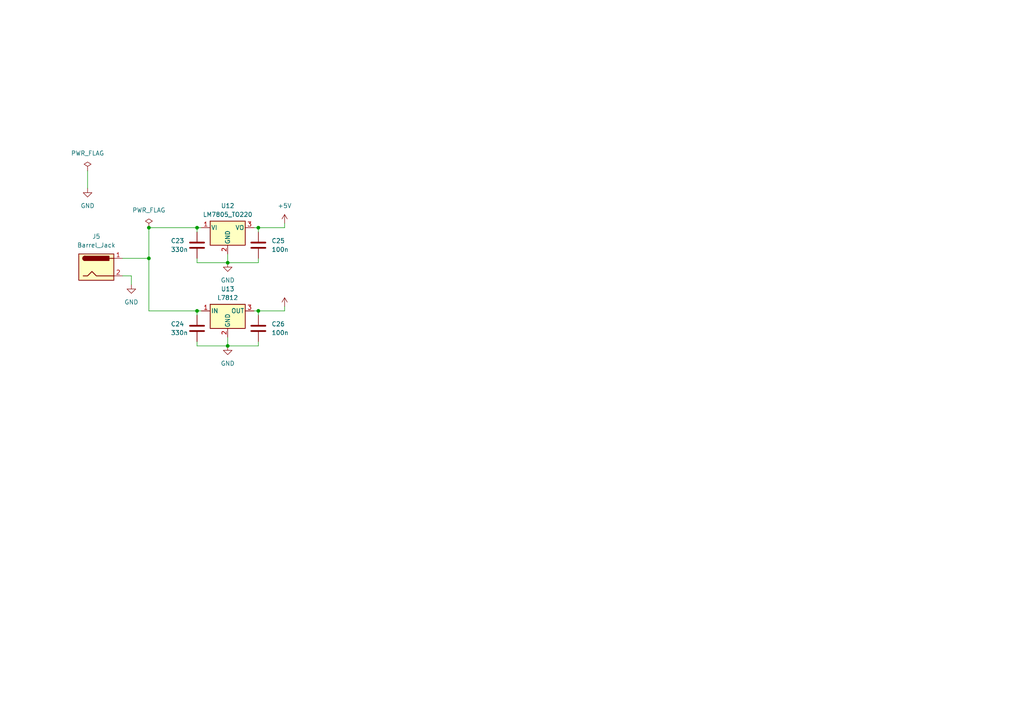
<source format=kicad_sch>
(kicad_sch (version 20231120) (generator "eeschema") (generator_version "8.0")
  (paper "A4")
  (lib_symbols
    (symbol "Connector:Barrel_Jack" (pin_names (offset 1.016))
      (property "Reference" "J" (at 0 5.334 0))
      (property "Value" "Barrel_Jack" (at 0 -5.08 0))
      (symbol "Barrel_Jack_0_1"
        (rectangle (start -5.08 3.81) (end 5.08 -3.81) (stroke (width 0.254)) (fill (type background)))
        (arc (start -3.302 3.175) (mid -3.9343 2.54) (end -3.302 1.905) (stroke (width 0.254)))
        (arc (start -3.302 3.175) (mid -3.9343 2.54) (end -3.302 1.905) (stroke (width 0.254)) (fill (type outline)))
        (polyline (pts (xy 5.08 2.54) (xy 3.81 2.54)) (stroke (width 0.254)))
        (polyline (pts (xy -3.81 -2.54) (xy -2.54 -2.54) (xy -1.27 -1.27) (xy 0 -2.54) (xy 2.54 -2.54) (xy 5.08 -2.54)) (stroke (width 0.254)))
        (rectangle (start 3.683 3.175) (end -3.302 1.905) (stroke (width 0.254)) (fill (type outline)))
      )
      (symbol "Barrel_Jack_1_1"
        (pin passive line (at 7.62 2.54 180) (length 2.54) (name "~") (number "1"))
        (pin passive line (at 7.62 -2.54 180) (length 2.54) (name "~") (number "2"))
      )
    )
    (symbol "Device:C" (pin_numbers hide) (pin_names (offset 0.254))
      (property "Reference" "C" (at 0.635 2.54 0))
      (property "Value" "C" (at 0.635 -2.54 0))
      (symbol "C_0_1"
        (polyline (pts (xy -2.032 -0.762) (xy 2.032 -0.762)) (stroke (width 0.508)))
        (polyline (pts (xy -2.032 0.762) (xy 2.032 0.762)) (stroke (width 0.508)))
      )
      (symbol "C_1_1"
        (pin passive line (at 0 3.81 270) (length 2.794) (name "~") (number "1"))
        (pin passive line (at 0 -3.81 90) (length 2.794) (name "~") (number "2"))
      )
    )
    (symbol "Regulator_Linear:L7812" (pin_names (offset 0.254))
      (property "Reference" "U" (at -3.81 3.175 0))
      (property "Value" "L7812" (at 0 3.175 0))
      (symbol "L7812_0_1"
        (rectangle (start -5.08 1.905) (end 5.08 -5.08) (stroke (width 0.254)) (fill (type background)))
      )
      (symbol "L7812_1_1"
        (pin power_in line (at -7.62 0 0) (length 2.54) (name "IN") (number "1"))
        (pin power_in line (at 0 -7.62 90) (length 2.54) (name "GND") (number "2"))
        (pin power_out line (at 7.62 0 180) (length 2.54) (name "OUT") (number "3"))
      )
    )
    (symbol "Regulator_Linear:LM7805_TO220" (pin_names (offset 0.254))
      (property "Reference" "U" (at -3.81 3.175 0))
      (property "Value" "LM7805_TO220" (at 0 3.175 0))
      (symbol "LM7805_TO220_0_1"
        (rectangle (start -5.08 1.905) (end 5.08 -5.08) (stroke (width 0.254)) (fill (type background)))
      )
      (symbol "LM7805_TO220_1_1"
        (pin power_in line (at -7.62 0 0) (length 2.54) (name "VI") (number "1"))
        (pin power_in line (at 0 -7.62 90) (length 2.54) (name "GND") (number "2"))
        (pin power_out line (at 7.62 0 180) (length 2.54) (name "VO") (number "3"))
      )
    )
    (symbol "power:+12V" (power) (pin_names (offset 0))
      (property "Value" "+12V" (at 0 3.556 0))
      (symbol "+12V_0_1"
        (polyline (pts (xy -0.762 1.27) (xy 0 2.54)))
        (polyline (pts (xy 0 0) (xy 0 2.54)))
        (polyline (pts (xy 0 2.54) (xy 0.762 1.27)))
      )
      (symbol "+12V_1_1"
        (pin power_in line (at 0 0 90) (length 0) hide (name "+12V") (number "1"))
      )
    )
    (symbol "power:+5V" (power) (pin_names (offset 0))
      (property "Value" "+5V" (at 0 3.556 0))
      (symbol "+5V_0_1"
        (polyline (pts (xy -0.762 1.27) (xy 0 2.54)))
        (polyline (pts (xy 0 0) (xy 0 2.54)))
        (polyline (pts (xy 0 2.54) (xy 0.762 1.27)))
      )
      (symbol "+5V_1_1"
        (pin power_in line (at 0 0 90) (length 0) hide (name "+5V") (number "1"))
      )
    )
    (symbol "power:GND" (power) (pin_names (offset 0))
      (property "Value" "GND" (at 0 -3.81 0))
      (symbol "GND_0_1"
        (polyline (pts (xy 0 0) (xy 0 -1.27) (xy 1.27 -1.27) (xy 0 -2.54) (xy -1.27 -1.27) (xy 0 -1.27)))
      )
      (symbol "GND_1_1"
        (pin power_in line (at 0 0 270) (length 0) hide (name "GND") (number "1"))
      )
    )
    (symbol "power:PWR_FLAG" (power) (pin_numbers hide) (pin_names (offset 0) hide)
      (property "Value" "PWR_FLAG" (at 0 3.81 0))
      (symbol "PWR_FLAG_0_0"
        (pin power_out line (at 0 0 90) (length 0) (name "pwr") (number "1"))
      )
      (symbol "PWR_FLAG_0_1"
        (polyline (pts (xy 0 0) (xy 0 1.27) (xy -1.016 1.905) (xy 0 2.54) (xy 1.016 1.905) (xy 0 1.27)))
      )
    )
  )
  (junction (at 74.93 66.04))
  (junction (at 43.18 74.93))
  (junction (at 57.15 90.17))
  (junction (at 43.18 66.04))
  (junction (at 66.04 76.2))
  (junction (at 74.93 90.17))
  (junction (at 66.04 100.33))
  (junction (at 57.15 66.04))
  (wire (pts (xy 57.15 99.06) (xy 57.15 100.33)))
  (wire (pts (xy 66.04 100.33) (xy 74.93 100.33)))
  (wire (pts (xy 57.15 90.17) (xy 43.18 90.17)))
  (wire (pts (xy 35.56 74.93) (xy 43.18 74.93)))
  (wire (pts (xy 82.55 64.77) (xy 82.55 66.04)))
  (wire (pts (xy 74.93 74.93) (xy 74.93 76.2)))
  (wire (pts (xy 74.93 90.17) (xy 82.55 90.17)))
  (wire (pts (xy 74.93 99.06) (xy 74.93 100.33)))
  (wire (pts (xy 38.1 80.01) (xy 38.1 82.55)))
  (wire (pts (xy 35.56 80.01) (xy 38.1 80.01)))
  (wire (pts (xy 58.42 66.04) (xy 57.15 66.04)))
  (wire (pts (xy 58.42 90.17) (xy 57.15 90.17)))
  (wire (pts (xy 57.15 66.04) (xy 57.15 67.31)))
  (wire (pts (xy 57.15 76.2) (xy 66.04 76.2)))
  (wire (pts (xy 66.04 73.66) (xy 66.04 76.2)))
  (wire (pts (xy 74.93 66.04) (xy 74.93 67.31)))
  (wire (pts (xy 74.93 90.17) (xy 74.93 91.44)))
  (wire (pts (xy 66.04 76.2) (xy 74.93 76.2)))
  (wire (pts (xy 57.15 90.17) (xy 57.15 91.44)))
  (wire (pts (xy 43.18 74.93) (xy 43.18 66.04)))
  (wire (pts (xy 82.55 88.9) (xy 82.55 90.17)))
  (wire (pts (xy 43.18 66.04) (xy 57.15 66.04)))
  (wire (pts (xy 73.66 66.04) (xy 74.93 66.04)))
  (wire (pts (xy 73.66 90.17) (xy 74.93 90.17)))
  (wire (pts (xy 57.15 74.93) (xy 57.15 76.2)))
  (wire (pts (xy 25.4 49.53) (xy 25.4 54.61)))
  (wire (pts (xy 43.18 90.17) (xy 43.18 74.93)))
  (wire (pts (xy 74.93 66.04) (xy 82.55 66.04)))
  (wire (pts (xy 66.04 97.79) (xy 66.04 100.33)))
  (wire (pts (xy 57.15 100.33) (xy 66.04 100.33)))
  (symbol (lib_id "power:+5V") (at 82.55 64.77 0) (unit 1)
    (property "Reference" "#PWR048" (effects (hide yes)))
    (property "Value" "+5V" (at 82.55 59.69 0))
  )
  (symbol (lib_id "Device:C") (at 57.15 95.25 0) (unit 1)
    (property "Reference" "C24" (at 49.53 93.98 0) (effects (justify left)))
    (property "Value" "330n" (at 49.53 96.52 0) (effects (justify left)))
    (property "Footprint" "Capacitor_THT:C_Rect_L7.0mm_W2.5mm_P5.00mm" (effects (hide yes)))
  )
  (symbol (lib_id "Regulator_Linear:L7812") (at 66.04 90.17 0) (unit 1)
    (property "Reference" "U13" (at 66.04 83.82 0))
    (property "Value" "L7812" (at 66.04 86.36 0))
    (property "Footprint" "Package_TO_SOT_THT:TO-220-3_Vertical" (effects (hide yes)))
    (property "Datasheet" "http://www.st.com/content/ccc/resource/technical/document/datasheet/41/4f/b3/b0/12/d4/47/88/CD00000444.pdf/files/CD00000444.pdf/jcr:content/translations/en.CD00000444.pdf" (effects (hide yes)))
  )
  (symbol (lib_id "power:GND") (at 66.04 100.33 0) (unit 1)
    (property "Reference" "#PWR047" (effects (hide yes)))
    (property "Value" "GND" (at 66.04 105.41 0))
  )
  (symbol (lib_id "Device:C") (at 74.93 95.25 0) (unit 1)
    (property "Reference" "C26" (at 78.74 93.98 0) (effects (justify left)))
    (property "Value" "100n" (at 78.74 96.52 0) (effects (justify left)))
    (property "Footprint" "Capacitor_THT:C_Rect_L7.0mm_W2.5mm_P5.00mm" (effects (hide yes)))
  )
  (symbol (lib_id "Device:C") (at 74.93 71.12 0) (unit 1)
    (property "Reference" "C25" (at 78.74 69.85 0) (effects (justify left)))
    (property "Value" "100n" (at 78.74 72.39 0) (effects (justify left)))
    (property "Footprint" "Capacitor_THT:C_Rect_L7.0mm_W2.5mm_P5.00mm" (effects (hide yes)))
  )
  (symbol (lib_id "power:+12V") (at 82.55 88.9 0) (unit 1)
    (property "Reference" "#PWR049" (effects (hide yes)))
    (property "Value" "+12V" (effects (hide yes)))
  )
  (symbol (lib_id "power:GND") (at 38.1 82.55 0) (unit 1)
    (property "Reference" "#PWR045" (effects (hide yes)))
    (property "Value" "GND" (at 38.1 87.63 0))
  )
  (symbol (lib_id "Device:C") (at 57.15 71.12 0) (unit 1)
    (property "Reference" "C23" (at 49.53 69.85 0) (effects (justify left)))
    (property "Value" "330n" (at 49.53 72.39 0) (effects (justify left)))
    (property "Footprint" "Capacitor_THT:C_Rect_L7.0mm_W2.5mm_P5.00mm" (effects (hide yes)))
  )
  (symbol (lib_id "power:GND") (at 66.04 76.2 0) (unit 1)
    (property "Reference" "#PWR046" (effects (hide yes)))
    (property "Value" "GND" (at 66.04 81.28 0))
  )
  (symbol (lib_id "power:PWR_FLAG") (at 43.18 66.04 0) (unit 1)
    (property "Reference" "#FLG02" (effects (hide yes)))
    (property "Value" "PWR_FLAG" (at 43.18 60.96 0))
  )
  (symbol (lib_id "Regulator_Linear:LM7805_TO220") (at 66.04 66.04 0) (unit 1)
    (property "Reference" "U12" (at 66.04 59.69 0))
    (property "Value" "LM7805_TO220" (at 66.04 62.23 0))
    (property "Footprint" "Package_TO_SOT_THT:TO-220-3_Vertical" (effects (hide yes)))
    (property "Datasheet" "https://www.onsemi.cn/PowerSolutions/document/MC7800-D.PDF" (effects (hide yes)))
  )
  (symbol (lib_id "power:GND") (at 25.4 54.61 0) (unit 1)
    (property "Reference" "#PWR044" (effects (hide yes)))
    (property "Value" "GND" (at 25.4 59.69 0))
  )
  (symbol (lib_id "Connector:Barrel_Jack") (at 27.94 77.47 0) (unit 1)
    (property "Reference" "J5" (at 27.94 68.58 0))
    (property "Value" "Barrel_Jack" (at 27.94 71.12 0))
    (property "Footprint" "TerminalBlock_Phoenix:TerminalBlock_Phoenix_MKDS-1,5-2_1x02_P5.00mm_Horizontal" (effects (hide yes)))
  )
  (symbol (lib_id "power:PWR_FLAG") (at 25.4 49.53 0) (unit 1)
    (property "Reference" "#FLG01" (effects (hide yes)))
    (property "Value" "PWR_FLAG" (at 25.4 44.45 0))
  )
)
</source>
